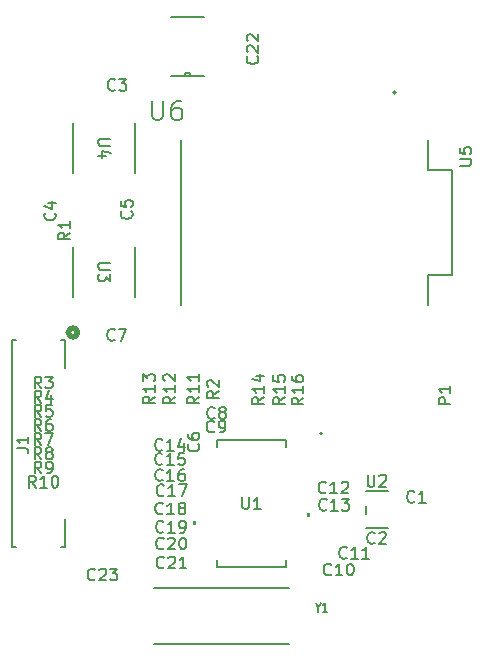
<source format=gbr>
%TF.GenerationSoftware,KiCad,Pcbnew,8.0.7*%
%TF.CreationDate,2025-01-13T12:12:40+05:30*%
%TF.ProjectId,STHDAQ_BX,53544844-4151-45f4-9258-2e6b69636164,rev?*%
%TF.SameCoordinates,Original*%
%TF.FileFunction,Legend,Top*%
%TF.FilePolarity,Positive*%
%FSLAX46Y46*%
G04 Gerber Fmt 4.6, Leading zero omitted, Abs format (unit mm)*
G04 Created by KiCad (PCBNEW 8.0.7) date 2025-01-13 12:12:40*
%MOMM*%
%LPD*%
G01*
G04 APERTURE LIST*
%ADD10C,0.150000*%
%ADD11C,0.152400*%
%ADD12C,0.127000*%
%ADD13C,0.508000*%
%ADD14C,0.200000*%
%ADD15C,0.000000*%
G04 APERTURE END LIST*
D10*
X181997842Y-88797367D02*
X181997842Y-90125005D01*
X181997842Y-90125005D02*
X182075939Y-90281198D01*
X182075939Y-90281198D02*
X182154035Y-90359295D01*
X182154035Y-90359295D02*
X182310228Y-90437391D01*
X182310228Y-90437391D02*
X182622613Y-90437391D01*
X182622613Y-90437391D02*
X182778806Y-90359295D01*
X182778806Y-90359295D02*
X182856903Y-90281198D01*
X182856903Y-90281198D02*
X182934999Y-90125005D01*
X182934999Y-90125005D02*
X182934999Y-88797367D01*
X184418830Y-88797367D02*
X184106444Y-88797367D01*
X184106444Y-88797367D02*
X183950252Y-88875463D01*
X183950252Y-88875463D02*
X183872155Y-88953560D01*
X183872155Y-88953560D02*
X183715962Y-89187849D01*
X183715962Y-89187849D02*
X183637866Y-89500234D01*
X183637866Y-89500234D02*
X183637866Y-90125005D01*
X183637866Y-90125005D02*
X183715962Y-90281198D01*
X183715962Y-90281198D02*
X183794059Y-90359295D01*
X183794059Y-90359295D02*
X183950252Y-90437391D01*
X183950252Y-90437391D02*
X184262637Y-90437391D01*
X184262637Y-90437391D02*
X184418830Y-90359295D01*
X184418830Y-90359295D02*
X184496926Y-90281198D01*
X184496926Y-90281198D02*
X184575023Y-90125005D01*
X184575023Y-90125005D02*
X184575023Y-89734523D01*
X184575023Y-89734523D02*
X184496926Y-89578331D01*
X184496926Y-89578331D02*
X184418830Y-89500234D01*
X184418830Y-89500234D02*
X184262637Y-89422138D01*
X184262637Y-89422138D02*
X183950252Y-89422138D01*
X183950252Y-89422138D02*
X183794059Y-89500234D01*
X183794059Y-89500234D02*
X183715962Y-89578331D01*
X183715962Y-89578331D02*
X183637866Y-89734523D01*
X207267751Y-114472297D02*
X206266365Y-114472297D01*
X206266365Y-114472297D02*
X206266365Y-114090817D01*
X206266365Y-114090817D02*
X206314050Y-113995447D01*
X206314050Y-113995447D02*
X206361735Y-113947762D01*
X206361735Y-113947762D02*
X206457105Y-113900077D01*
X206457105Y-113900077D02*
X206600160Y-113900077D01*
X206600160Y-113900077D02*
X206695530Y-113947762D01*
X206695530Y-113947762D02*
X206743215Y-113995447D01*
X206743215Y-113995447D02*
X206790900Y-114090817D01*
X206790900Y-114090817D02*
X206790900Y-114472297D01*
X207267751Y-112946376D02*
X207267751Y-113518596D01*
X207267751Y-113232486D02*
X206266365Y-113232486D01*
X206266365Y-113232486D02*
X206409420Y-113327856D01*
X206409420Y-113327856D02*
X206504790Y-113423226D01*
X206504790Y-113423226D02*
X206552475Y-113518596D01*
X200248095Y-120474819D02*
X200248095Y-121284342D01*
X200248095Y-121284342D02*
X200295714Y-121379580D01*
X200295714Y-121379580D02*
X200343333Y-121427200D01*
X200343333Y-121427200D02*
X200438571Y-121474819D01*
X200438571Y-121474819D02*
X200629047Y-121474819D01*
X200629047Y-121474819D02*
X200724285Y-121427200D01*
X200724285Y-121427200D02*
X200771904Y-121379580D01*
X200771904Y-121379580D02*
X200819523Y-121284342D01*
X200819523Y-121284342D02*
X200819523Y-120474819D01*
X201248095Y-120570057D02*
X201295714Y-120522438D01*
X201295714Y-120522438D02*
X201390952Y-120474819D01*
X201390952Y-120474819D02*
X201629047Y-120474819D01*
X201629047Y-120474819D02*
X201724285Y-120522438D01*
X201724285Y-120522438D02*
X201771904Y-120570057D01*
X201771904Y-120570057D02*
X201819523Y-120665295D01*
X201819523Y-120665295D02*
X201819523Y-120760533D01*
X201819523Y-120760533D02*
X201771904Y-120903390D01*
X201771904Y-120903390D02*
X201200476Y-121474819D01*
X201200476Y-121474819D02*
X201819523Y-121474819D01*
X182224819Y-113842857D02*
X181748628Y-114176190D01*
X182224819Y-114414285D02*
X181224819Y-114414285D01*
X181224819Y-114414285D02*
X181224819Y-114033333D01*
X181224819Y-114033333D02*
X181272438Y-113938095D01*
X181272438Y-113938095D02*
X181320057Y-113890476D01*
X181320057Y-113890476D02*
X181415295Y-113842857D01*
X181415295Y-113842857D02*
X181558152Y-113842857D01*
X181558152Y-113842857D02*
X181653390Y-113890476D01*
X181653390Y-113890476D02*
X181701009Y-113938095D01*
X181701009Y-113938095D02*
X181748628Y-114033333D01*
X181748628Y-114033333D02*
X181748628Y-114414285D01*
X182224819Y-112890476D02*
X182224819Y-113461904D01*
X182224819Y-113176190D02*
X181224819Y-113176190D01*
X181224819Y-113176190D02*
X181367676Y-113271428D01*
X181367676Y-113271428D02*
X181462914Y-113366666D01*
X181462914Y-113366666D02*
X181510533Y-113461904D01*
X181224819Y-112557142D02*
X181224819Y-111938095D01*
X181224819Y-111938095D02*
X181605771Y-112271428D01*
X181605771Y-112271428D02*
X181605771Y-112128571D01*
X181605771Y-112128571D02*
X181653390Y-112033333D01*
X181653390Y-112033333D02*
X181701009Y-111985714D01*
X181701009Y-111985714D02*
X181796247Y-111938095D01*
X181796247Y-111938095D02*
X182034342Y-111938095D01*
X182034342Y-111938095D02*
X182129580Y-111985714D01*
X182129580Y-111985714D02*
X182177200Y-112033333D01*
X182177200Y-112033333D02*
X182224819Y-112128571D01*
X182224819Y-112128571D02*
X182224819Y-112414285D01*
X182224819Y-112414285D02*
X182177200Y-112509523D01*
X182177200Y-112509523D02*
X182129580Y-112557142D01*
X172633333Y-119144819D02*
X172300000Y-118668628D01*
X172061905Y-119144819D02*
X172061905Y-118144819D01*
X172061905Y-118144819D02*
X172442857Y-118144819D01*
X172442857Y-118144819D02*
X172538095Y-118192438D01*
X172538095Y-118192438D02*
X172585714Y-118240057D01*
X172585714Y-118240057D02*
X172633333Y-118335295D01*
X172633333Y-118335295D02*
X172633333Y-118478152D01*
X172633333Y-118478152D02*
X172585714Y-118573390D01*
X172585714Y-118573390D02*
X172538095Y-118621009D01*
X172538095Y-118621009D02*
X172442857Y-118668628D01*
X172442857Y-118668628D02*
X172061905Y-118668628D01*
X173204762Y-118573390D02*
X173109524Y-118525771D01*
X173109524Y-118525771D02*
X173061905Y-118478152D01*
X173061905Y-118478152D02*
X173014286Y-118382914D01*
X173014286Y-118382914D02*
X173014286Y-118335295D01*
X173014286Y-118335295D02*
X173061905Y-118240057D01*
X173061905Y-118240057D02*
X173109524Y-118192438D01*
X173109524Y-118192438D02*
X173204762Y-118144819D01*
X173204762Y-118144819D02*
X173395238Y-118144819D01*
X173395238Y-118144819D02*
X173490476Y-118192438D01*
X173490476Y-118192438D02*
X173538095Y-118240057D01*
X173538095Y-118240057D02*
X173585714Y-118335295D01*
X173585714Y-118335295D02*
X173585714Y-118382914D01*
X173585714Y-118382914D02*
X173538095Y-118478152D01*
X173538095Y-118478152D02*
X173490476Y-118525771D01*
X173490476Y-118525771D02*
X173395238Y-118573390D01*
X173395238Y-118573390D02*
X173204762Y-118573390D01*
X173204762Y-118573390D02*
X173109524Y-118621009D01*
X173109524Y-118621009D02*
X173061905Y-118668628D01*
X173061905Y-118668628D02*
X173014286Y-118763866D01*
X173014286Y-118763866D02*
X173014286Y-118954342D01*
X173014286Y-118954342D02*
X173061905Y-119049580D01*
X173061905Y-119049580D02*
X173109524Y-119097200D01*
X173109524Y-119097200D02*
X173204762Y-119144819D01*
X173204762Y-119144819D02*
X173395238Y-119144819D01*
X173395238Y-119144819D02*
X173490476Y-119097200D01*
X173490476Y-119097200D02*
X173538095Y-119049580D01*
X173538095Y-119049580D02*
X173585714Y-118954342D01*
X173585714Y-118954342D02*
X173585714Y-118763866D01*
X173585714Y-118763866D02*
X173538095Y-118668628D01*
X173538095Y-118668628D02*
X173490476Y-118621009D01*
X173490476Y-118621009D02*
X173395238Y-118573390D01*
X175054819Y-99956666D02*
X174578628Y-100289999D01*
X175054819Y-100528094D02*
X174054819Y-100528094D01*
X174054819Y-100528094D02*
X174054819Y-100147142D01*
X174054819Y-100147142D02*
X174102438Y-100051904D01*
X174102438Y-100051904D02*
X174150057Y-100004285D01*
X174150057Y-100004285D02*
X174245295Y-99956666D01*
X174245295Y-99956666D02*
X174388152Y-99956666D01*
X174388152Y-99956666D02*
X174483390Y-100004285D01*
X174483390Y-100004285D02*
X174531009Y-100051904D01*
X174531009Y-100051904D02*
X174578628Y-100147142D01*
X174578628Y-100147142D02*
X174578628Y-100528094D01*
X175054819Y-99004285D02*
X175054819Y-99575713D01*
X175054819Y-99289999D02*
X174054819Y-99289999D01*
X174054819Y-99289999D02*
X174197676Y-99385237D01*
X174197676Y-99385237D02*
X174292914Y-99480475D01*
X174292914Y-99480475D02*
X174340533Y-99575713D01*
X187253333Y-116779580D02*
X187205714Y-116827200D01*
X187205714Y-116827200D02*
X187062857Y-116874819D01*
X187062857Y-116874819D02*
X186967619Y-116874819D01*
X186967619Y-116874819D02*
X186824762Y-116827200D01*
X186824762Y-116827200D02*
X186729524Y-116731961D01*
X186729524Y-116731961D02*
X186681905Y-116636723D01*
X186681905Y-116636723D02*
X186634286Y-116446247D01*
X186634286Y-116446247D02*
X186634286Y-116303390D01*
X186634286Y-116303390D02*
X186681905Y-116112914D01*
X186681905Y-116112914D02*
X186729524Y-116017676D01*
X186729524Y-116017676D02*
X186824762Y-115922438D01*
X186824762Y-115922438D02*
X186967619Y-115874819D01*
X186967619Y-115874819D02*
X187062857Y-115874819D01*
X187062857Y-115874819D02*
X187205714Y-115922438D01*
X187205714Y-115922438D02*
X187253333Y-115970057D01*
X187729524Y-116874819D02*
X187920000Y-116874819D01*
X187920000Y-116874819D02*
X188015238Y-116827200D01*
X188015238Y-116827200D02*
X188062857Y-116779580D01*
X188062857Y-116779580D02*
X188158095Y-116636723D01*
X188158095Y-116636723D02*
X188205714Y-116446247D01*
X188205714Y-116446247D02*
X188205714Y-116065295D01*
X188205714Y-116065295D02*
X188158095Y-115970057D01*
X188158095Y-115970057D02*
X188110476Y-115922438D01*
X188110476Y-115922438D02*
X188015238Y-115874819D01*
X188015238Y-115874819D02*
X187824762Y-115874819D01*
X187824762Y-115874819D02*
X187729524Y-115922438D01*
X187729524Y-115922438D02*
X187681905Y-115970057D01*
X187681905Y-115970057D02*
X187634286Y-116065295D01*
X187634286Y-116065295D02*
X187634286Y-116303390D01*
X187634286Y-116303390D02*
X187681905Y-116398628D01*
X187681905Y-116398628D02*
X187729524Y-116446247D01*
X187729524Y-116446247D02*
X187824762Y-116493866D01*
X187824762Y-116493866D02*
X188015238Y-116493866D01*
X188015238Y-116493866D02*
X188110476Y-116446247D01*
X188110476Y-116446247D02*
X188158095Y-116398628D01*
X188158095Y-116398628D02*
X188205714Y-116303390D01*
X204213333Y-122719580D02*
X204165714Y-122767200D01*
X204165714Y-122767200D02*
X204022857Y-122814819D01*
X204022857Y-122814819D02*
X203927619Y-122814819D01*
X203927619Y-122814819D02*
X203784762Y-122767200D01*
X203784762Y-122767200D02*
X203689524Y-122671961D01*
X203689524Y-122671961D02*
X203641905Y-122576723D01*
X203641905Y-122576723D02*
X203594286Y-122386247D01*
X203594286Y-122386247D02*
X203594286Y-122243390D01*
X203594286Y-122243390D02*
X203641905Y-122052914D01*
X203641905Y-122052914D02*
X203689524Y-121957676D01*
X203689524Y-121957676D02*
X203784762Y-121862438D01*
X203784762Y-121862438D02*
X203927619Y-121814819D01*
X203927619Y-121814819D02*
X204022857Y-121814819D01*
X204022857Y-121814819D02*
X204165714Y-121862438D01*
X204165714Y-121862438D02*
X204213333Y-121910057D01*
X205165714Y-122814819D02*
X204594286Y-122814819D01*
X204880000Y-122814819D02*
X204880000Y-121814819D01*
X204880000Y-121814819D02*
X204784762Y-121957676D01*
X204784762Y-121957676D02*
X204689524Y-122052914D01*
X204689524Y-122052914D02*
X204594286Y-122100533D01*
X196055238Y-131701342D02*
X196055238Y-132082295D01*
X195841905Y-131282295D02*
X196055238Y-131701342D01*
X196055238Y-131701342D02*
X196268572Y-131282295D01*
X196817143Y-132082295D02*
X196451428Y-132082295D01*
X196634285Y-132082295D02*
X196634285Y-131282295D01*
X196634285Y-131282295D02*
X196573333Y-131396580D01*
X196573333Y-131396580D02*
X196512381Y-131472771D01*
X196512381Y-131472771D02*
X196451428Y-131510866D01*
X178833333Y-109009580D02*
X178785714Y-109057200D01*
X178785714Y-109057200D02*
X178642857Y-109104819D01*
X178642857Y-109104819D02*
X178547619Y-109104819D01*
X178547619Y-109104819D02*
X178404762Y-109057200D01*
X178404762Y-109057200D02*
X178309524Y-108961961D01*
X178309524Y-108961961D02*
X178261905Y-108866723D01*
X178261905Y-108866723D02*
X178214286Y-108676247D01*
X178214286Y-108676247D02*
X178214286Y-108533390D01*
X178214286Y-108533390D02*
X178261905Y-108342914D01*
X178261905Y-108342914D02*
X178309524Y-108247676D01*
X178309524Y-108247676D02*
X178404762Y-108152438D01*
X178404762Y-108152438D02*
X178547619Y-108104819D01*
X178547619Y-108104819D02*
X178642857Y-108104819D01*
X178642857Y-108104819D02*
X178785714Y-108152438D01*
X178785714Y-108152438D02*
X178833333Y-108200057D01*
X179166667Y-108104819D02*
X179833333Y-108104819D01*
X179833333Y-108104819D02*
X179404762Y-109104819D01*
X187288333Y-115629580D02*
X187240714Y-115677200D01*
X187240714Y-115677200D02*
X187097857Y-115724819D01*
X187097857Y-115724819D02*
X187002619Y-115724819D01*
X187002619Y-115724819D02*
X186859762Y-115677200D01*
X186859762Y-115677200D02*
X186764524Y-115581961D01*
X186764524Y-115581961D02*
X186716905Y-115486723D01*
X186716905Y-115486723D02*
X186669286Y-115296247D01*
X186669286Y-115296247D02*
X186669286Y-115153390D01*
X186669286Y-115153390D02*
X186716905Y-114962914D01*
X186716905Y-114962914D02*
X186764524Y-114867676D01*
X186764524Y-114867676D02*
X186859762Y-114772438D01*
X186859762Y-114772438D02*
X187002619Y-114724819D01*
X187002619Y-114724819D02*
X187097857Y-114724819D01*
X187097857Y-114724819D02*
X187240714Y-114772438D01*
X187240714Y-114772438D02*
X187288333Y-114820057D01*
X187859762Y-115153390D02*
X187764524Y-115105771D01*
X187764524Y-115105771D02*
X187716905Y-115058152D01*
X187716905Y-115058152D02*
X187669286Y-114962914D01*
X187669286Y-114962914D02*
X187669286Y-114915295D01*
X187669286Y-114915295D02*
X187716905Y-114820057D01*
X187716905Y-114820057D02*
X187764524Y-114772438D01*
X187764524Y-114772438D02*
X187859762Y-114724819D01*
X187859762Y-114724819D02*
X188050238Y-114724819D01*
X188050238Y-114724819D02*
X188145476Y-114772438D01*
X188145476Y-114772438D02*
X188193095Y-114820057D01*
X188193095Y-114820057D02*
X188240714Y-114915295D01*
X188240714Y-114915295D02*
X188240714Y-114962914D01*
X188240714Y-114962914D02*
X188193095Y-115058152D01*
X188193095Y-115058152D02*
X188145476Y-115105771D01*
X188145476Y-115105771D02*
X188050238Y-115153390D01*
X188050238Y-115153390D02*
X187859762Y-115153390D01*
X187859762Y-115153390D02*
X187764524Y-115201009D01*
X187764524Y-115201009D02*
X187716905Y-115248628D01*
X187716905Y-115248628D02*
X187669286Y-115343866D01*
X187669286Y-115343866D02*
X187669286Y-115534342D01*
X187669286Y-115534342D02*
X187716905Y-115629580D01*
X187716905Y-115629580D02*
X187764524Y-115677200D01*
X187764524Y-115677200D02*
X187859762Y-115724819D01*
X187859762Y-115724819D02*
X188050238Y-115724819D01*
X188050238Y-115724819D02*
X188145476Y-115677200D01*
X188145476Y-115677200D02*
X188193095Y-115629580D01*
X188193095Y-115629580D02*
X188240714Y-115534342D01*
X188240714Y-115534342D02*
X188240714Y-115343866D01*
X188240714Y-115343866D02*
X188193095Y-115248628D01*
X188193095Y-115248628D02*
X188145476Y-115201009D01*
X188145476Y-115201009D02*
X188050238Y-115153390D01*
X194814819Y-113932857D02*
X194338628Y-114266190D01*
X194814819Y-114504285D02*
X193814819Y-114504285D01*
X193814819Y-114504285D02*
X193814819Y-114123333D01*
X193814819Y-114123333D02*
X193862438Y-114028095D01*
X193862438Y-114028095D02*
X193910057Y-113980476D01*
X193910057Y-113980476D02*
X194005295Y-113932857D01*
X194005295Y-113932857D02*
X194148152Y-113932857D01*
X194148152Y-113932857D02*
X194243390Y-113980476D01*
X194243390Y-113980476D02*
X194291009Y-114028095D01*
X194291009Y-114028095D02*
X194338628Y-114123333D01*
X194338628Y-114123333D02*
X194338628Y-114504285D01*
X194814819Y-112980476D02*
X194814819Y-113551904D01*
X194814819Y-113266190D02*
X193814819Y-113266190D01*
X193814819Y-113266190D02*
X193957676Y-113361428D01*
X193957676Y-113361428D02*
X194052914Y-113456666D01*
X194052914Y-113456666D02*
X194100533Y-113551904D01*
X193814819Y-112123333D02*
X193814819Y-112313809D01*
X193814819Y-112313809D02*
X193862438Y-112409047D01*
X193862438Y-112409047D02*
X193910057Y-112456666D01*
X193910057Y-112456666D02*
X194052914Y-112551904D01*
X194052914Y-112551904D02*
X194243390Y-112599523D01*
X194243390Y-112599523D02*
X194624342Y-112599523D01*
X194624342Y-112599523D02*
X194719580Y-112551904D01*
X194719580Y-112551904D02*
X194767200Y-112504285D01*
X194767200Y-112504285D02*
X194814819Y-112409047D01*
X194814819Y-112409047D02*
X194814819Y-112218571D01*
X194814819Y-112218571D02*
X194767200Y-112123333D01*
X194767200Y-112123333D02*
X194719580Y-112075714D01*
X194719580Y-112075714D02*
X194624342Y-112028095D01*
X194624342Y-112028095D02*
X194386247Y-112028095D01*
X194386247Y-112028095D02*
X194291009Y-112075714D01*
X194291009Y-112075714D02*
X194243390Y-112123333D01*
X194243390Y-112123333D02*
X194195771Y-112218571D01*
X194195771Y-112218571D02*
X194195771Y-112409047D01*
X194195771Y-112409047D02*
X194243390Y-112504285D01*
X194243390Y-112504285D02*
X194291009Y-112551904D01*
X194291009Y-112551904D02*
X194386247Y-112599523D01*
X178863333Y-87849580D02*
X178815714Y-87897200D01*
X178815714Y-87897200D02*
X178672857Y-87944819D01*
X178672857Y-87944819D02*
X178577619Y-87944819D01*
X178577619Y-87944819D02*
X178434762Y-87897200D01*
X178434762Y-87897200D02*
X178339524Y-87801961D01*
X178339524Y-87801961D02*
X178291905Y-87706723D01*
X178291905Y-87706723D02*
X178244286Y-87516247D01*
X178244286Y-87516247D02*
X178244286Y-87373390D01*
X178244286Y-87373390D02*
X178291905Y-87182914D01*
X178291905Y-87182914D02*
X178339524Y-87087676D01*
X178339524Y-87087676D02*
X178434762Y-86992438D01*
X178434762Y-86992438D02*
X178577619Y-86944819D01*
X178577619Y-86944819D02*
X178672857Y-86944819D01*
X178672857Y-86944819D02*
X178815714Y-86992438D01*
X178815714Y-86992438D02*
X178863333Y-87040057D01*
X179196667Y-86944819D02*
X179815714Y-86944819D01*
X179815714Y-86944819D02*
X179482381Y-87325771D01*
X179482381Y-87325771D02*
X179625238Y-87325771D01*
X179625238Y-87325771D02*
X179720476Y-87373390D01*
X179720476Y-87373390D02*
X179768095Y-87421009D01*
X179768095Y-87421009D02*
X179815714Y-87516247D01*
X179815714Y-87516247D02*
X179815714Y-87754342D01*
X179815714Y-87754342D02*
X179768095Y-87849580D01*
X179768095Y-87849580D02*
X179720476Y-87897200D01*
X179720476Y-87897200D02*
X179625238Y-87944819D01*
X179625238Y-87944819D02*
X179339524Y-87944819D01*
X179339524Y-87944819D02*
X179244286Y-87897200D01*
X179244286Y-87897200D02*
X179196667Y-87849580D01*
X178440180Y-102516747D02*
X177630657Y-102516747D01*
X177630657Y-102516747D02*
X177535419Y-102564366D01*
X177535419Y-102564366D02*
X177487800Y-102611985D01*
X177487800Y-102611985D02*
X177440180Y-102707223D01*
X177440180Y-102707223D02*
X177440180Y-102897699D01*
X177440180Y-102897699D02*
X177487800Y-102992937D01*
X177487800Y-102992937D02*
X177535419Y-103040556D01*
X177535419Y-103040556D02*
X177630657Y-103088175D01*
X177630657Y-103088175D02*
X178440180Y-103088175D01*
X178440180Y-103469128D02*
X178440180Y-104088175D01*
X178440180Y-104088175D02*
X178059228Y-103754842D01*
X178059228Y-103754842D02*
X178059228Y-103897699D01*
X178059228Y-103897699D02*
X178011609Y-103992937D01*
X178011609Y-103992937D02*
X177963990Y-104040556D01*
X177963990Y-104040556D02*
X177868752Y-104088175D01*
X177868752Y-104088175D02*
X177630657Y-104088175D01*
X177630657Y-104088175D02*
X177535419Y-104040556D01*
X177535419Y-104040556D02*
X177487800Y-103992937D01*
X177487800Y-103992937D02*
X177440180Y-103897699D01*
X177440180Y-103897699D02*
X177440180Y-103611985D01*
X177440180Y-103611985D02*
X177487800Y-103516747D01*
X177487800Y-103516747D02*
X177535419Y-103469128D01*
X170524819Y-118233333D02*
X171239104Y-118233333D01*
X171239104Y-118233333D02*
X171381961Y-118280952D01*
X171381961Y-118280952D02*
X171477200Y-118376190D01*
X171477200Y-118376190D02*
X171524819Y-118519047D01*
X171524819Y-118519047D02*
X171524819Y-118614285D01*
X171524819Y-117233333D02*
X171524819Y-117804761D01*
X171524819Y-117519047D02*
X170524819Y-117519047D01*
X170524819Y-117519047D02*
X170667676Y-117614285D01*
X170667676Y-117614285D02*
X170762914Y-117709523D01*
X170762914Y-117709523D02*
X170810533Y-117804761D01*
X177157142Y-129309580D02*
X177109523Y-129357200D01*
X177109523Y-129357200D02*
X176966666Y-129404819D01*
X176966666Y-129404819D02*
X176871428Y-129404819D01*
X176871428Y-129404819D02*
X176728571Y-129357200D01*
X176728571Y-129357200D02*
X176633333Y-129261961D01*
X176633333Y-129261961D02*
X176585714Y-129166723D01*
X176585714Y-129166723D02*
X176538095Y-128976247D01*
X176538095Y-128976247D02*
X176538095Y-128833390D01*
X176538095Y-128833390D02*
X176585714Y-128642914D01*
X176585714Y-128642914D02*
X176633333Y-128547676D01*
X176633333Y-128547676D02*
X176728571Y-128452438D01*
X176728571Y-128452438D02*
X176871428Y-128404819D01*
X176871428Y-128404819D02*
X176966666Y-128404819D01*
X176966666Y-128404819D02*
X177109523Y-128452438D01*
X177109523Y-128452438D02*
X177157142Y-128500057D01*
X177538095Y-128500057D02*
X177585714Y-128452438D01*
X177585714Y-128452438D02*
X177680952Y-128404819D01*
X177680952Y-128404819D02*
X177919047Y-128404819D01*
X177919047Y-128404819D02*
X178014285Y-128452438D01*
X178014285Y-128452438D02*
X178061904Y-128500057D01*
X178061904Y-128500057D02*
X178109523Y-128595295D01*
X178109523Y-128595295D02*
X178109523Y-128690533D01*
X178109523Y-128690533D02*
X178061904Y-128833390D01*
X178061904Y-128833390D02*
X177490476Y-129404819D01*
X177490476Y-129404819D02*
X178109523Y-129404819D01*
X178442857Y-128404819D02*
X179061904Y-128404819D01*
X179061904Y-128404819D02*
X178728571Y-128785771D01*
X178728571Y-128785771D02*
X178871428Y-128785771D01*
X178871428Y-128785771D02*
X178966666Y-128833390D01*
X178966666Y-128833390D02*
X179014285Y-128881009D01*
X179014285Y-128881009D02*
X179061904Y-128976247D01*
X179061904Y-128976247D02*
X179061904Y-129214342D01*
X179061904Y-129214342D02*
X179014285Y-129309580D01*
X179014285Y-129309580D02*
X178966666Y-129357200D01*
X178966666Y-129357200D02*
X178871428Y-129404819D01*
X178871428Y-129404819D02*
X178585714Y-129404819D01*
X178585714Y-129404819D02*
X178490476Y-129357200D01*
X178490476Y-129357200D02*
X178442857Y-129309580D01*
X182999642Y-128289580D02*
X182952023Y-128337200D01*
X182952023Y-128337200D02*
X182809166Y-128384819D01*
X182809166Y-128384819D02*
X182713928Y-128384819D01*
X182713928Y-128384819D02*
X182571071Y-128337200D01*
X182571071Y-128337200D02*
X182475833Y-128241961D01*
X182475833Y-128241961D02*
X182428214Y-128146723D01*
X182428214Y-128146723D02*
X182380595Y-127956247D01*
X182380595Y-127956247D02*
X182380595Y-127813390D01*
X182380595Y-127813390D02*
X182428214Y-127622914D01*
X182428214Y-127622914D02*
X182475833Y-127527676D01*
X182475833Y-127527676D02*
X182571071Y-127432438D01*
X182571071Y-127432438D02*
X182713928Y-127384819D01*
X182713928Y-127384819D02*
X182809166Y-127384819D01*
X182809166Y-127384819D02*
X182952023Y-127432438D01*
X182952023Y-127432438D02*
X182999642Y-127480057D01*
X183380595Y-127480057D02*
X183428214Y-127432438D01*
X183428214Y-127432438D02*
X183523452Y-127384819D01*
X183523452Y-127384819D02*
X183761547Y-127384819D01*
X183761547Y-127384819D02*
X183856785Y-127432438D01*
X183856785Y-127432438D02*
X183904404Y-127480057D01*
X183904404Y-127480057D02*
X183952023Y-127575295D01*
X183952023Y-127575295D02*
X183952023Y-127670533D01*
X183952023Y-127670533D02*
X183904404Y-127813390D01*
X183904404Y-127813390D02*
X183332976Y-128384819D01*
X183332976Y-128384819D02*
X183952023Y-128384819D01*
X184904404Y-128384819D02*
X184332976Y-128384819D01*
X184618690Y-128384819D02*
X184618690Y-127384819D01*
X184618690Y-127384819D02*
X184523452Y-127527676D01*
X184523452Y-127527676D02*
X184428214Y-127622914D01*
X184428214Y-127622914D02*
X184332976Y-127670533D01*
X172633333Y-117944819D02*
X172300000Y-117468628D01*
X172061905Y-117944819D02*
X172061905Y-116944819D01*
X172061905Y-116944819D02*
X172442857Y-116944819D01*
X172442857Y-116944819D02*
X172538095Y-116992438D01*
X172538095Y-116992438D02*
X172585714Y-117040057D01*
X172585714Y-117040057D02*
X172633333Y-117135295D01*
X172633333Y-117135295D02*
X172633333Y-117278152D01*
X172633333Y-117278152D02*
X172585714Y-117373390D01*
X172585714Y-117373390D02*
X172538095Y-117421009D01*
X172538095Y-117421009D02*
X172442857Y-117468628D01*
X172442857Y-117468628D02*
X172061905Y-117468628D01*
X172966667Y-116944819D02*
X173633333Y-116944819D01*
X173633333Y-116944819D02*
X173204762Y-117944819D01*
X191484819Y-113882857D02*
X191008628Y-114216190D01*
X191484819Y-114454285D02*
X190484819Y-114454285D01*
X190484819Y-114454285D02*
X190484819Y-114073333D01*
X190484819Y-114073333D02*
X190532438Y-113978095D01*
X190532438Y-113978095D02*
X190580057Y-113930476D01*
X190580057Y-113930476D02*
X190675295Y-113882857D01*
X190675295Y-113882857D02*
X190818152Y-113882857D01*
X190818152Y-113882857D02*
X190913390Y-113930476D01*
X190913390Y-113930476D02*
X190961009Y-113978095D01*
X190961009Y-113978095D02*
X191008628Y-114073333D01*
X191008628Y-114073333D02*
X191008628Y-114454285D01*
X191484819Y-112930476D02*
X191484819Y-113501904D01*
X191484819Y-113216190D02*
X190484819Y-113216190D01*
X190484819Y-113216190D02*
X190627676Y-113311428D01*
X190627676Y-113311428D02*
X190722914Y-113406666D01*
X190722914Y-113406666D02*
X190770533Y-113501904D01*
X190818152Y-112073333D02*
X191484819Y-112073333D01*
X190437200Y-112311428D02*
X191151485Y-112549523D01*
X191151485Y-112549523D02*
X191151485Y-111930476D01*
X197157142Y-128879580D02*
X197109523Y-128927200D01*
X197109523Y-128927200D02*
X196966666Y-128974819D01*
X196966666Y-128974819D02*
X196871428Y-128974819D01*
X196871428Y-128974819D02*
X196728571Y-128927200D01*
X196728571Y-128927200D02*
X196633333Y-128831961D01*
X196633333Y-128831961D02*
X196585714Y-128736723D01*
X196585714Y-128736723D02*
X196538095Y-128546247D01*
X196538095Y-128546247D02*
X196538095Y-128403390D01*
X196538095Y-128403390D02*
X196585714Y-128212914D01*
X196585714Y-128212914D02*
X196633333Y-128117676D01*
X196633333Y-128117676D02*
X196728571Y-128022438D01*
X196728571Y-128022438D02*
X196871428Y-127974819D01*
X196871428Y-127974819D02*
X196966666Y-127974819D01*
X196966666Y-127974819D02*
X197109523Y-128022438D01*
X197109523Y-128022438D02*
X197157142Y-128070057D01*
X198109523Y-128974819D02*
X197538095Y-128974819D01*
X197823809Y-128974819D02*
X197823809Y-127974819D01*
X197823809Y-127974819D02*
X197728571Y-128117676D01*
X197728571Y-128117676D02*
X197633333Y-128212914D01*
X197633333Y-128212914D02*
X197538095Y-128260533D01*
X198728571Y-127974819D02*
X198823809Y-127974819D01*
X198823809Y-127974819D02*
X198919047Y-128022438D01*
X198919047Y-128022438D02*
X198966666Y-128070057D01*
X198966666Y-128070057D02*
X199014285Y-128165295D01*
X199014285Y-128165295D02*
X199061904Y-128355771D01*
X199061904Y-128355771D02*
X199061904Y-128593866D01*
X199061904Y-128593866D02*
X199014285Y-128784342D01*
X199014285Y-128784342D02*
X198966666Y-128879580D01*
X198966666Y-128879580D02*
X198919047Y-128927200D01*
X198919047Y-128927200D02*
X198823809Y-128974819D01*
X198823809Y-128974819D02*
X198728571Y-128974819D01*
X198728571Y-128974819D02*
X198633333Y-128927200D01*
X198633333Y-128927200D02*
X198585714Y-128879580D01*
X198585714Y-128879580D02*
X198538095Y-128784342D01*
X198538095Y-128784342D02*
X198490476Y-128593866D01*
X198490476Y-128593866D02*
X198490476Y-128355771D01*
X198490476Y-128355771D02*
X198538095Y-128165295D01*
X198538095Y-128165295D02*
X198585714Y-128070057D01*
X198585714Y-128070057D02*
X198633333Y-128022438D01*
X198633333Y-128022438D02*
X198728571Y-127974819D01*
X183009642Y-122179580D02*
X182962023Y-122227200D01*
X182962023Y-122227200D02*
X182819166Y-122274819D01*
X182819166Y-122274819D02*
X182723928Y-122274819D01*
X182723928Y-122274819D02*
X182581071Y-122227200D01*
X182581071Y-122227200D02*
X182485833Y-122131961D01*
X182485833Y-122131961D02*
X182438214Y-122036723D01*
X182438214Y-122036723D02*
X182390595Y-121846247D01*
X182390595Y-121846247D02*
X182390595Y-121703390D01*
X182390595Y-121703390D02*
X182438214Y-121512914D01*
X182438214Y-121512914D02*
X182485833Y-121417676D01*
X182485833Y-121417676D02*
X182581071Y-121322438D01*
X182581071Y-121322438D02*
X182723928Y-121274819D01*
X182723928Y-121274819D02*
X182819166Y-121274819D01*
X182819166Y-121274819D02*
X182962023Y-121322438D01*
X182962023Y-121322438D02*
X183009642Y-121370057D01*
X183962023Y-122274819D02*
X183390595Y-122274819D01*
X183676309Y-122274819D02*
X183676309Y-121274819D01*
X183676309Y-121274819D02*
X183581071Y-121417676D01*
X183581071Y-121417676D02*
X183485833Y-121512914D01*
X183485833Y-121512914D02*
X183390595Y-121560533D01*
X184295357Y-121274819D02*
X184962023Y-121274819D01*
X184962023Y-121274819D02*
X184533452Y-122274819D01*
X198477142Y-127469580D02*
X198429523Y-127517200D01*
X198429523Y-127517200D02*
X198286666Y-127564819D01*
X198286666Y-127564819D02*
X198191428Y-127564819D01*
X198191428Y-127564819D02*
X198048571Y-127517200D01*
X198048571Y-127517200D02*
X197953333Y-127421961D01*
X197953333Y-127421961D02*
X197905714Y-127326723D01*
X197905714Y-127326723D02*
X197858095Y-127136247D01*
X197858095Y-127136247D02*
X197858095Y-126993390D01*
X197858095Y-126993390D02*
X197905714Y-126802914D01*
X197905714Y-126802914D02*
X197953333Y-126707676D01*
X197953333Y-126707676D02*
X198048571Y-126612438D01*
X198048571Y-126612438D02*
X198191428Y-126564819D01*
X198191428Y-126564819D02*
X198286666Y-126564819D01*
X198286666Y-126564819D02*
X198429523Y-126612438D01*
X198429523Y-126612438D02*
X198477142Y-126660057D01*
X199429523Y-127564819D02*
X198858095Y-127564819D01*
X199143809Y-127564819D02*
X199143809Y-126564819D01*
X199143809Y-126564819D02*
X199048571Y-126707676D01*
X199048571Y-126707676D02*
X198953333Y-126802914D01*
X198953333Y-126802914D02*
X198858095Y-126850533D01*
X200381904Y-127564819D02*
X199810476Y-127564819D01*
X200096190Y-127564819D02*
X200096190Y-126564819D01*
X200096190Y-126564819D02*
X200000952Y-126707676D01*
X200000952Y-126707676D02*
X199905714Y-126802914D01*
X199905714Y-126802914D02*
X199810476Y-126850533D01*
X172633333Y-120344819D02*
X172300000Y-119868628D01*
X172061905Y-120344819D02*
X172061905Y-119344819D01*
X172061905Y-119344819D02*
X172442857Y-119344819D01*
X172442857Y-119344819D02*
X172538095Y-119392438D01*
X172538095Y-119392438D02*
X172585714Y-119440057D01*
X172585714Y-119440057D02*
X172633333Y-119535295D01*
X172633333Y-119535295D02*
X172633333Y-119678152D01*
X172633333Y-119678152D02*
X172585714Y-119773390D01*
X172585714Y-119773390D02*
X172538095Y-119821009D01*
X172538095Y-119821009D02*
X172442857Y-119868628D01*
X172442857Y-119868628D02*
X172061905Y-119868628D01*
X173109524Y-120344819D02*
X173300000Y-120344819D01*
X173300000Y-120344819D02*
X173395238Y-120297200D01*
X173395238Y-120297200D02*
X173442857Y-120249580D01*
X173442857Y-120249580D02*
X173538095Y-120106723D01*
X173538095Y-120106723D02*
X173585714Y-119916247D01*
X173585714Y-119916247D02*
X173585714Y-119535295D01*
X173585714Y-119535295D02*
X173538095Y-119440057D01*
X173538095Y-119440057D02*
X173490476Y-119392438D01*
X173490476Y-119392438D02*
X173395238Y-119344819D01*
X173395238Y-119344819D02*
X173204762Y-119344819D01*
X173204762Y-119344819D02*
X173109524Y-119392438D01*
X173109524Y-119392438D02*
X173061905Y-119440057D01*
X173061905Y-119440057D02*
X173014286Y-119535295D01*
X173014286Y-119535295D02*
X173014286Y-119773390D01*
X173014286Y-119773390D02*
X173061905Y-119868628D01*
X173061905Y-119868628D02*
X173109524Y-119916247D01*
X173109524Y-119916247D02*
X173204762Y-119963866D01*
X173204762Y-119963866D02*
X173395238Y-119963866D01*
X173395238Y-119963866D02*
X173490476Y-119916247D01*
X173490476Y-119916247D02*
X173538095Y-119868628D01*
X173538095Y-119868628D02*
X173585714Y-119773390D01*
X182979642Y-126679580D02*
X182932023Y-126727200D01*
X182932023Y-126727200D02*
X182789166Y-126774819D01*
X182789166Y-126774819D02*
X182693928Y-126774819D01*
X182693928Y-126774819D02*
X182551071Y-126727200D01*
X182551071Y-126727200D02*
X182455833Y-126631961D01*
X182455833Y-126631961D02*
X182408214Y-126536723D01*
X182408214Y-126536723D02*
X182360595Y-126346247D01*
X182360595Y-126346247D02*
X182360595Y-126203390D01*
X182360595Y-126203390D02*
X182408214Y-126012914D01*
X182408214Y-126012914D02*
X182455833Y-125917676D01*
X182455833Y-125917676D02*
X182551071Y-125822438D01*
X182551071Y-125822438D02*
X182693928Y-125774819D01*
X182693928Y-125774819D02*
X182789166Y-125774819D01*
X182789166Y-125774819D02*
X182932023Y-125822438D01*
X182932023Y-125822438D02*
X182979642Y-125870057D01*
X183360595Y-125870057D02*
X183408214Y-125822438D01*
X183408214Y-125822438D02*
X183503452Y-125774819D01*
X183503452Y-125774819D02*
X183741547Y-125774819D01*
X183741547Y-125774819D02*
X183836785Y-125822438D01*
X183836785Y-125822438D02*
X183884404Y-125870057D01*
X183884404Y-125870057D02*
X183932023Y-125965295D01*
X183932023Y-125965295D02*
X183932023Y-126060533D01*
X183932023Y-126060533D02*
X183884404Y-126203390D01*
X183884404Y-126203390D02*
X183312976Y-126774819D01*
X183312976Y-126774819D02*
X183932023Y-126774819D01*
X184551071Y-125774819D02*
X184646309Y-125774819D01*
X184646309Y-125774819D02*
X184741547Y-125822438D01*
X184741547Y-125822438D02*
X184789166Y-125870057D01*
X184789166Y-125870057D02*
X184836785Y-125965295D01*
X184836785Y-125965295D02*
X184884404Y-126155771D01*
X184884404Y-126155771D02*
X184884404Y-126393866D01*
X184884404Y-126393866D02*
X184836785Y-126584342D01*
X184836785Y-126584342D02*
X184789166Y-126679580D01*
X184789166Y-126679580D02*
X184741547Y-126727200D01*
X184741547Y-126727200D02*
X184646309Y-126774819D01*
X184646309Y-126774819D02*
X184551071Y-126774819D01*
X184551071Y-126774819D02*
X184455833Y-126727200D01*
X184455833Y-126727200D02*
X184408214Y-126679580D01*
X184408214Y-126679580D02*
X184360595Y-126584342D01*
X184360595Y-126584342D02*
X184312976Y-126393866D01*
X184312976Y-126393866D02*
X184312976Y-126155771D01*
X184312976Y-126155771D02*
X184360595Y-125965295D01*
X184360595Y-125965295D02*
X184408214Y-125870057D01*
X184408214Y-125870057D02*
X184455833Y-125822438D01*
X184455833Y-125822438D02*
X184551071Y-125774819D01*
X208034819Y-94286904D02*
X208844342Y-94286904D01*
X208844342Y-94286904D02*
X208939580Y-94239285D01*
X208939580Y-94239285D02*
X208987200Y-94191666D01*
X208987200Y-94191666D02*
X209034819Y-94096428D01*
X209034819Y-94096428D02*
X209034819Y-93905952D01*
X209034819Y-93905952D02*
X208987200Y-93810714D01*
X208987200Y-93810714D02*
X208939580Y-93763095D01*
X208939580Y-93763095D02*
X208844342Y-93715476D01*
X208844342Y-93715476D02*
X208034819Y-93715476D01*
X208034819Y-92763095D02*
X208034819Y-93239285D01*
X208034819Y-93239285D02*
X208511009Y-93286904D01*
X208511009Y-93286904D02*
X208463390Y-93239285D01*
X208463390Y-93239285D02*
X208415771Y-93144047D01*
X208415771Y-93144047D02*
X208415771Y-92905952D01*
X208415771Y-92905952D02*
X208463390Y-92810714D01*
X208463390Y-92810714D02*
X208511009Y-92763095D01*
X208511009Y-92763095D02*
X208606247Y-92715476D01*
X208606247Y-92715476D02*
X208844342Y-92715476D01*
X208844342Y-92715476D02*
X208939580Y-92763095D01*
X208939580Y-92763095D02*
X208987200Y-92810714D01*
X208987200Y-92810714D02*
X209034819Y-92905952D01*
X209034819Y-92905952D02*
X209034819Y-93144047D01*
X209034819Y-93144047D02*
X208987200Y-93239285D01*
X208987200Y-93239285D02*
X208939580Y-93286904D01*
X187664819Y-113386666D02*
X187188628Y-113719999D01*
X187664819Y-113958094D02*
X186664819Y-113958094D01*
X186664819Y-113958094D02*
X186664819Y-113577142D01*
X186664819Y-113577142D02*
X186712438Y-113481904D01*
X186712438Y-113481904D02*
X186760057Y-113434285D01*
X186760057Y-113434285D02*
X186855295Y-113386666D01*
X186855295Y-113386666D02*
X186998152Y-113386666D01*
X186998152Y-113386666D02*
X187093390Y-113434285D01*
X187093390Y-113434285D02*
X187141009Y-113481904D01*
X187141009Y-113481904D02*
X187188628Y-113577142D01*
X187188628Y-113577142D02*
X187188628Y-113958094D01*
X186760057Y-113005713D02*
X186712438Y-112958094D01*
X186712438Y-112958094D02*
X186664819Y-112862856D01*
X186664819Y-112862856D02*
X186664819Y-112624761D01*
X186664819Y-112624761D02*
X186712438Y-112529523D01*
X186712438Y-112529523D02*
X186760057Y-112481904D01*
X186760057Y-112481904D02*
X186855295Y-112434285D01*
X186855295Y-112434285D02*
X186950533Y-112434285D01*
X186950533Y-112434285D02*
X187093390Y-112481904D01*
X187093390Y-112481904D02*
X187664819Y-113053332D01*
X187664819Y-113053332D02*
X187664819Y-112434285D01*
X193254819Y-113902857D02*
X192778628Y-114236190D01*
X193254819Y-114474285D02*
X192254819Y-114474285D01*
X192254819Y-114474285D02*
X192254819Y-114093333D01*
X192254819Y-114093333D02*
X192302438Y-113998095D01*
X192302438Y-113998095D02*
X192350057Y-113950476D01*
X192350057Y-113950476D02*
X192445295Y-113902857D01*
X192445295Y-113902857D02*
X192588152Y-113902857D01*
X192588152Y-113902857D02*
X192683390Y-113950476D01*
X192683390Y-113950476D02*
X192731009Y-113998095D01*
X192731009Y-113998095D02*
X192778628Y-114093333D01*
X192778628Y-114093333D02*
X192778628Y-114474285D01*
X193254819Y-112950476D02*
X193254819Y-113521904D01*
X193254819Y-113236190D02*
X192254819Y-113236190D01*
X192254819Y-113236190D02*
X192397676Y-113331428D01*
X192397676Y-113331428D02*
X192492914Y-113426666D01*
X192492914Y-113426666D02*
X192540533Y-113521904D01*
X192254819Y-112045714D02*
X192254819Y-112521904D01*
X192254819Y-112521904D02*
X192731009Y-112569523D01*
X192731009Y-112569523D02*
X192683390Y-112521904D01*
X192683390Y-112521904D02*
X192635771Y-112426666D01*
X192635771Y-112426666D02*
X192635771Y-112188571D01*
X192635771Y-112188571D02*
X192683390Y-112093333D01*
X192683390Y-112093333D02*
X192731009Y-112045714D01*
X192731009Y-112045714D02*
X192826247Y-111998095D01*
X192826247Y-111998095D02*
X193064342Y-111998095D01*
X193064342Y-111998095D02*
X193159580Y-112045714D01*
X193159580Y-112045714D02*
X193207200Y-112093333D01*
X193207200Y-112093333D02*
X193254819Y-112188571D01*
X193254819Y-112188571D02*
X193254819Y-112426666D01*
X193254819Y-112426666D02*
X193207200Y-112521904D01*
X193207200Y-112521904D02*
X193159580Y-112569523D01*
X185909580Y-117866666D02*
X185957200Y-117914285D01*
X185957200Y-117914285D02*
X186004819Y-118057142D01*
X186004819Y-118057142D02*
X186004819Y-118152380D01*
X186004819Y-118152380D02*
X185957200Y-118295237D01*
X185957200Y-118295237D02*
X185861961Y-118390475D01*
X185861961Y-118390475D02*
X185766723Y-118438094D01*
X185766723Y-118438094D02*
X185576247Y-118485713D01*
X185576247Y-118485713D02*
X185433390Y-118485713D01*
X185433390Y-118485713D02*
X185242914Y-118438094D01*
X185242914Y-118438094D02*
X185147676Y-118390475D01*
X185147676Y-118390475D02*
X185052438Y-118295237D01*
X185052438Y-118295237D02*
X185004819Y-118152380D01*
X185004819Y-118152380D02*
X185004819Y-118057142D01*
X185004819Y-118057142D02*
X185052438Y-117914285D01*
X185052438Y-117914285D02*
X185100057Y-117866666D01*
X185004819Y-117009523D02*
X185004819Y-117199999D01*
X185004819Y-117199999D02*
X185052438Y-117295237D01*
X185052438Y-117295237D02*
X185100057Y-117342856D01*
X185100057Y-117342856D02*
X185242914Y-117438094D01*
X185242914Y-117438094D02*
X185433390Y-117485713D01*
X185433390Y-117485713D02*
X185814342Y-117485713D01*
X185814342Y-117485713D02*
X185909580Y-117438094D01*
X185909580Y-117438094D02*
X185957200Y-117390475D01*
X185957200Y-117390475D02*
X186004819Y-117295237D01*
X186004819Y-117295237D02*
X186004819Y-117104761D01*
X186004819Y-117104761D02*
X185957200Y-117009523D01*
X185957200Y-117009523D02*
X185909580Y-116961904D01*
X185909580Y-116961904D02*
X185814342Y-116914285D01*
X185814342Y-116914285D02*
X185576247Y-116914285D01*
X185576247Y-116914285D02*
X185481009Y-116961904D01*
X185481009Y-116961904D02*
X185433390Y-117009523D01*
X185433390Y-117009523D02*
X185385771Y-117104761D01*
X185385771Y-117104761D02*
X185385771Y-117295237D01*
X185385771Y-117295237D02*
X185433390Y-117390475D01*
X185433390Y-117390475D02*
X185481009Y-117438094D01*
X185481009Y-117438094D02*
X185576247Y-117485713D01*
X190909580Y-85042857D02*
X190957200Y-85090476D01*
X190957200Y-85090476D02*
X191004819Y-85233333D01*
X191004819Y-85233333D02*
X191004819Y-85328571D01*
X191004819Y-85328571D02*
X190957200Y-85471428D01*
X190957200Y-85471428D02*
X190861961Y-85566666D01*
X190861961Y-85566666D02*
X190766723Y-85614285D01*
X190766723Y-85614285D02*
X190576247Y-85661904D01*
X190576247Y-85661904D02*
X190433390Y-85661904D01*
X190433390Y-85661904D02*
X190242914Y-85614285D01*
X190242914Y-85614285D02*
X190147676Y-85566666D01*
X190147676Y-85566666D02*
X190052438Y-85471428D01*
X190052438Y-85471428D02*
X190004819Y-85328571D01*
X190004819Y-85328571D02*
X190004819Y-85233333D01*
X190004819Y-85233333D02*
X190052438Y-85090476D01*
X190052438Y-85090476D02*
X190100057Y-85042857D01*
X190100057Y-84661904D02*
X190052438Y-84614285D01*
X190052438Y-84614285D02*
X190004819Y-84519047D01*
X190004819Y-84519047D02*
X190004819Y-84280952D01*
X190004819Y-84280952D02*
X190052438Y-84185714D01*
X190052438Y-84185714D02*
X190100057Y-84138095D01*
X190100057Y-84138095D02*
X190195295Y-84090476D01*
X190195295Y-84090476D02*
X190290533Y-84090476D01*
X190290533Y-84090476D02*
X190433390Y-84138095D01*
X190433390Y-84138095D02*
X191004819Y-84709523D01*
X191004819Y-84709523D02*
X191004819Y-84090476D01*
X190100057Y-83709523D02*
X190052438Y-83661904D01*
X190052438Y-83661904D02*
X190004819Y-83566666D01*
X190004819Y-83566666D02*
X190004819Y-83328571D01*
X190004819Y-83328571D02*
X190052438Y-83233333D01*
X190052438Y-83233333D02*
X190100057Y-83185714D01*
X190100057Y-83185714D02*
X190195295Y-83138095D01*
X190195295Y-83138095D02*
X190290533Y-83138095D01*
X190290533Y-83138095D02*
X190433390Y-83185714D01*
X190433390Y-83185714D02*
X191004819Y-83757142D01*
X191004819Y-83757142D02*
X191004819Y-83138095D01*
X172618333Y-113144819D02*
X172285000Y-112668628D01*
X172046905Y-113144819D02*
X172046905Y-112144819D01*
X172046905Y-112144819D02*
X172427857Y-112144819D01*
X172427857Y-112144819D02*
X172523095Y-112192438D01*
X172523095Y-112192438D02*
X172570714Y-112240057D01*
X172570714Y-112240057D02*
X172618333Y-112335295D01*
X172618333Y-112335295D02*
X172618333Y-112478152D01*
X172618333Y-112478152D02*
X172570714Y-112573390D01*
X172570714Y-112573390D02*
X172523095Y-112621009D01*
X172523095Y-112621009D02*
X172427857Y-112668628D01*
X172427857Y-112668628D02*
X172046905Y-112668628D01*
X172951667Y-112144819D02*
X173570714Y-112144819D01*
X173570714Y-112144819D02*
X173237381Y-112525771D01*
X173237381Y-112525771D02*
X173380238Y-112525771D01*
X173380238Y-112525771D02*
X173475476Y-112573390D01*
X173475476Y-112573390D02*
X173523095Y-112621009D01*
X173523095Y-112621009D02*
X173570714Y-112716247D01*
X173570714Y-112716247D02*
X173570714Y-112954342D01*
X173570714Y-112954342D02*
X173523095Y-113049580D01*
X173523095Y-113049580D02*
X173475476Y-113097200D01*
X173475476Y-113097200D02*
X173380238Y-113144819D01*
X173380238Y-113144819D02*
X173094524Y-113144819D01*
X173094524Y-113144819D02*
X172999286Y-113097200D01*
X172999286Y-113097200D02*
X172951667Y-113049580D01*
X182889642Y-120889580D02*
X182842023Y-120937200D01*
X182842023Y-120937200D02*
X182699166Y-120984819D01*
X182699166Y-120984819D02*
X182603928Y-120984819D01*
X182603928Y-120984819D02*
X182461071Y-120937200D01*
X182461071Y-120937200D02*
X182365833Y-120841961D01*
X182365833Y-120841961D02*
X182318214Y-120746723D01*
X182318214Y-120746723D02*
X182270595Y-120556247D01*
X182270595Y-120556247D02*
X182270595Y-120413390D01*
X182270595Y-120413390D02*
X182318214Y-120222914D01*
X182318214Y-120222914D02*
X182365833Y-120127676D01*
X182365833Y-120127676D02*
X182461071Y-120032438D01*
X182461071Y-120032438D02*
X182603928Y-119984819D01*
X182603928Y-119984819D02*
X182699166Y-119984819D01*
X182699166Y-119984819D02*
X182842023Y-120032438D01*
X182842023Y-120032438D02*
X182889642Y-120080057D01*
X183842023Y-120984819D02*
X183270595Y-120984819D01*
X183556309Y-120984819D02*
X183556309Y-119984819D01*
X183556309Y-119984819D02*
X183461071Y-120127676D01*
X183461071Y-120127676D02*
X183365833Y-120222914D01*
X183365833Y-120222914D02*
X183270595Y-120270533D01*
X184699166Y-119984819D02*
X184508690Y-119984819D01*
X184508690Y-119984819D02*
X184413452Y-120032438D01*
X184413452Y-120032438D02*
X184365833Y-120080057D01*
X184365833Y-120080057D02*
X184270595Y-120222914D01*
X184270595Y-120222914D02*
X184222976Y-120413390D01*
X184222976Y-120413390D02*
X184222976Y-120794342D01*
X184222976Y-120794342D02*
X184270595Y-120889580D01*
X184270595Y-120889580D02*
X184318214Y-120937200D01*
X184318214Y-120937200D02*
X184413452Y-120984819D01*
X184413452Y-120984819D02*
X184603928Y-120984819D01*
X184603928Y-120984819D02*
X184699166Y-120937200D01*
X184699166Y-120937200D02*
X184746785Y-120889580D01*
X184746785Y-120889580D02*
X184794404Y-120794342D01*
X184794404Y-120794342D02*
X184794404Y-120556247D01*
X184794404Y-120556247D02*
X184746785Y-120461009D01*
X184746785Y-120461009D02*
X184699166Y-120413390D01*
X184699166Y-120413390D02*
X184603928Y-120365771D01*
X184603928Y-120365771D02*
X184413452Y-120365771D01*
X184413452Y-120365771D02*
X184318214Y-120413390D01*
X184318214Y-120413390D02*
X184270595Y-120461009D01*
X184270595Y-120461009D02*
X184222976Y-120556247D01*
X196777142Y-123399580D02*
X196729523Y-123447200D01*
X196729523Y-123447200D02*
X196586666Y-123494819D01*
X196586666Y-123494819D02*
X196491428Y-123494819D01*
X196491428Y-123494819D02*
X196348571Y-123447200D01*
X196348571Y-123447200D02*
X196253333Y-123351961D01*
X196253333Y-123351961D02*
X196205714Y-123256723D01*
X196205714Y-123256723D02*
X196158095Y-123066247D01*
X196158095Y-123066247D02*
X196158095Y-122923390D01*
X196158095Y-122923390D02*
X196205714Y-122732914D01*
X196205714Y-122732914D02*
X196253333Y-122637676D01*
X196253333Y-122637676D02*
X196348571Y-122542438D01*
X196348571Y-122542438D02*
X196491428Y-122494819D01*
X196491428Y-122494819D02*
X196586666Y-122494819D01*
X196586666Y-122494819D02*
X196729523Y-122542438D01*
X196729523Y-122542438D02*
X196777142Y-122590057D01*
X197729523Y-123494819D02*
X197158095Y-123494819D01*
X197443809Y-123494819D02*
X197443809Y-122494819D01*
X197443809Y-122494819D02*
X197348571Y-122637676D01*
X197348571Y-122637676D02*
X197253333Y-122732914D01*
X197253333Y-122732914D02*
X197158095Y-122780533D01*
X198062857Y-122494819D02*
X198681904Y-122494819D01*
X198681904Y-122494819D02*
X198348571Y-122875771D01*
X198348571Y-122875771D02*
X198491428Y-122875771D01*
X198491428Y-122875771D02*
X198586666Y-122923390D01*
X198586666Y-122923390D02*
X198634285Y-122971009D01*
X198634285Y-122971009D02*
X198681904Y-123066247D01*
X198681904Y-123066247D02*
X198681904Y-123304342D01*
X198681904Y-123304342D02*
X198634285Y-123399580D01*
X198634285Y-123399580D02*
X198586666Y-123447200D01*
X198586666Y-123447200D02*
X198491428Y-123494819D01*
X198491428Y-123494819D02*
X198205714Y-123494819D01*
X198205714Y-123494819D02*
X198110476Y-123447200D01*
X198110476Y-123447200D02*
X198062857Y-123399580D01*
X172618333Y-114344819D02*
X172285000Y-113868628D01*
X172046905Y-114344819D02*
X172046905Y-113344819D01*
X172046905Y-113344819D02*
X172427857Y-113344819D01*
X172427857Y-113344819D02*
X172523095Y-113392438D01*
X172523095Y-113392438D02*
X172570714Y-113440057D01*
X172570714Y-113440057D02*
X172618333Y-113535295D01*
X172618333Y-113535295D02*
X172618333Y-113678152D01*
X172618333Y-113678152D02*
X172570714Y-113773390D01*
X172570714Y-113773390D02*
X172523095Y-113821009D01*
X172523095Y-113821009D02*
X172427857Y-113868628D01*
X172427857Y-113868628D02*
X172046905Y-113868628D01*
X173475476Y-113678152D02*
X173475476Y-114344819D01*
X173237381Y-113297200D02*
X172999286Y-114011485D01*
X172999286Y-114011485D02*
X173618333Y-114011485D01*
X182909642Y-123729580D02*
X182862023Y-123777200D01*
X182862023Y-123777200D02*
X182719166Y-123824819D01*
X182719166Y-123824819D02*
X182623928Y-123824819D01*
X182623928Y-123824819D02*
X182481071Y-123777200D01*
X182481071Y-123777200D02*
X182385833Y-123681961D01*
X182385833Y-123681961D02*
X182338214Y-123586723D01*
X182338214Y-123586723D02*
X182290595Y-123396247D01*
X182290595Y-123396247D02*
X182290595Y-123253390D01*
X182290595Y-123253390D02*
X182338214Y-123062914D01*
X182338214Y-123062914D02*
X182385833Y-122967676D01*
X182385833Y-122967676D02*
X182481071Y-122872438D01*
X182481071Y-122872438D02*
X182623928Y-122824819D01*
X182623928Y-122824819D02*
X182719166Y-122824819D01*
X182719166Y-122824819D02*
X182862023Y-122872438D01*
X182862023Y-122872438D02*
X182909642Y-122920057D01*
X183862023Y-123824819D02*
X183290595Y-123824819D01*
X183576309Y-123824819D02*
X183576309Y-122824819D01*
X183576309Y-122824819D02*
X183481071Y-122967676D01*
X183481071Y-122967676D02*
X183385833Y-123062914D01*
X183385833Y-123062914D02*
X183290595Y-123110533D01*
X184433452Y-123253390D02*
X184338214Y-123205771D01*
X184338214Y-123205771D02*
X184290595Y-123158152D01*
X184290595Y-123158152D02*
X184242976Y-123062914D01*
X184242976Y-123062914D02*
X184242976Y-123015295D01*
X184242976Y-123015295D02*
X184290595Y-122920057D01*
X184290595Y-122920057D02*
X184338214Y-122872438D01*
X184338214Y-122872438D02*
X184433452Y-122824819D01*
X184433452Y-122824819D02*
X184623928Y-122824819D01*
X184623928Y-122824819D02*
X184719166Y-122872438D01*
X184719166Y-122872438D02*
X184766785Y-122920057D01*
X184766785Y-122920057D02*
X184814404Y-123015295D01*
X184814404Y-123015295D02*
X184814404Y-123062914D01*
X184814404Y-123062914D02*
X184766785Y-123158152D01*
X184766785Y-123158152D02*
X184719166Y-123205771D01*
X184719166Y-123205771D02*
X184623928Y-123253390D01*
X184623928Y-123253390D02*
X184433452Y-123253390D01*
X184433452Y-123253390D02*
X184338214Y-123301009D01*
X184338214Y-123301009D02*
X184290595Y-123348628D01*
X184290595Y-123348628D02*
X184242976Y-123443866D01*
X184242976Y-123443866D02*
X184242976Y-123634342D01*
X184242976Y-123634342D02*
X184290595Y-123729580D01*
X184290595Y-123729580D02*
X184338214Y-123777200D01*
X184338214Y-123777200D02*
X184433452Y-123824819D01*
X184433452Y-123824819D02*
X184623928Y-123824819D01*
X184623928Y-123824819D02*
X184719166Y-123777200D01*
X184719166Y-123777200D02*
X184766785Y-123729580D01*
X184766785Y-123729580D02*
X184814404Y-123634342D01*
X184814404Y-123634342D02*
X184814404Y-123443866D01*
X184814404Y-123443866D02*
X184766785Y-123348628D01*
X184766785Y-123348628D02*
X184719166Y-123301009D01*
X184719166Y-123301009D02*
X184623928Y-123253390D01*
X172625833Y-116744819D02*
X172292500Y-116268628D01*
X172054405Y-116744819D02*
X172054405Y-115744819D01*
X172054405Y-115744819D02*
X172435357Y-115744819D01*
X172435357Y-115744819D02*
X172530595Y-115792438D01*
X172530595Y-115792438D02*
X172578214Y-115840057D01*
X172578214Y-115840057D02*
X172625833Y-115935295D01*
X172625833Y-115935295D02*
X172625833Y-116078152D01*
X172625833Y-116078152D02*
X172578214Y-116173390D01*
X172578214Y-116173390D02*
X172530595Y-116221009D01*
X172530595Y-116221009D02*
X172435357Y-116268628D01*
X172435357Y-116268628D02*
X172054405Y-116268628D01*
X173482976Y-115744819D02*
X173292500Y-115744819D01*
X173292500Y-115744819D02*
X173197262Y-115792438D01*
X173197262Y-115792438D02*
X173149643Y-115840057D01*
X173149643Y-115840057D02*
X173054405Y-115982914D01*
X173054405Y-115982914D02*
X173006786Y-116173390D01*
X173006786Y-116173390D02*
X173006786Y-116554342D01*
X173006786Y-116554342D02*
X173054405Y-116649580D01*
X173054405Y-116649580D02*
X173102024Y-116697200D01*
X173102024Y-116697200D02*
X173197262Y-116744819D01*
X173197262Y-116744819D02*
X173387738Y-116744819D01*
X173387738Y-116744819D02*
X173482976Y-116697200D01*
X173482976Y-116697200D02*
X173530595Y-116649580D01*
X173530595Y-116649580D02*
X173578214Y-116554342D01*
X173578214Y-116554342D02*
X173578214Y-116316247D01*
X173578214Y-116316247D02*
X173530595Y-116221009D01*
X173530595Y-116221009D02*
X173482976Y-116173390D01*
X173482976Y-116173390D02*
X173387738Y-116125771D01*
X173387738Y-116125771D02*
X173197262Y-116125771D01*
X173197262Y-116125771D02*
X173102024Y-116173390D01*
X173102024Y-116173390D02*
X173054405Y-116221009D01*
X173054405Y-116221009D02*
X173006786Y-116316247D01*
X185984819Y-113842857D02*
X185508628Y-114176190D01*
X185984819Y-114414285D02*
X184984819Y-114414285D01*
X184984819Y-114414285D02*
X184984819Y-114033333D01*
X184984819Y-114033333D02*
X185032438Y-113938095D01*
X185032438Y-113938095D02*
X185080057Y-113890476D01*
X185080057Y-113890476D02*
X185175295Y-113842857D01*
X185175295Y-113842857D02*
X185318152Y-113842857D01*
X185318152Y-113842857D02*
X185413390Y-113890476D01*
X185413390Y-113890476D02*
X185461009Y-113938095D01*
X185461009Y-113938095D02*
X185508628Y-114033333D01*
X185508628Y-114033333D02*
X185508628Y-114414285D01*
X185984819Y-112890476D02*
X185984819Y-113461904D01*
X185984819Y-113176190D02*
X184984819Y-113176190D01*
X184984819Y-113176190D02*
X185127676Y-113271428D01*
X185127676Y-113271428D02*
X185222914Y-113366666D01*
X185222914Y-113366666D02*
X185270533Y-113461904D01*
X185984819Y-111938095D02*
X185984819Y-112509523D01*
X185984819Y-112223809D02*
X184984819Y-112223809D01*
X184984819Y-112223809D02*
X185127676Y-112319047D01*
X185127676Y-112319047D02*
X185222914Y-112414285D01*
X185222914Y-112414285D02*
X185270533Y-112509523D01*
X172618333Y-115544819D02*
X172285000Y-115068628D01*
X172046905Y-115544819D02*
X172046905Y-114544819D01*
X172046905Y-114544819D02*
X172427857Y-114544819D01*
X172427857Y-114544819D02*
X172523095Y-114592438D01*
X172523095Y-114592438D02*
X172570714Y-114640057D01*
X172570714Y-114640057D02*
X172618333Y-114735295D01*
X172618333Y-114735295D02*
X172618333Y-114878152D01*
X172618333Y-114878152D02*
X172570714Y-114973390D01*
X172570714Y-114973390D02*
X172523095Y-115021009D01*
X172523095Y-115021009D02*
X172427857Y-115068628D01*
X172427857Y-115068628D02*
X172046905Y-115068628D01*
X173523095Y-114544819D02*
X173046905Y-114544819D01*
X173046905Y-114544819D02*
X172999286Y-115021009D01*
X172999286Y-115021009D02*
X173046905Y-114973390D01*
X173046905Y-114973390D02*
X173142143Y-114925771D01*
X173142143Y-114925771D02*
X173380238Y-114925771D01*
X173380238Y-114925771D02*
X173475476Y-114973390D01*
X173475476Y-114973390D02*
X173523095Y-115021009D01*
X173523095Y-115021009D02*
X173570714Y-115116247D01*
X173570714Y-115116247D02*
X173570714Y-115354342D01*
X173570714Y-115354342D02*
X173523095Y-115449580D01*
X173523095Y-115449580D02*
X173475476Y-115497200D01*
X173475476Y-115497200D02*
X173380238Y-115544819D01*
X173380238Y-115544819D02*
X173142143Y-115544819D01*
X173142143Y-115544819D02*
X173046905Y-115497200D01*
X173046905Y-115497200D02*
X172999286Y-115449580D01*
X182877142Y-118329580D02*
X182829523Y-118377200D01*
X182829523Y-118377200D02*
X182686666Y-118424819D01*
X182686666Y-118424819D02*
X182591428Y-118424819D01*
X182591428Y-118424819D02*
X182448571Y-118377200D01*
X182448571Y-118377200D02*
X182353333Y-118281961D01*
X182353333Y-118281961D02*
X182305714Y-118186723D01*
X182305714Y-118186723D02*
X182258095Y-117996247D01*
X182258095Y-117996247D02*
X182258095Y-117853390D01*
X182258095Y-117853390D02*
X182305714Y-117662914D01*
X182305714Y-117662914D02*
X182353333Y-117567676D01*
X182353333Y-117567676D02*
X182448571Y-117472438D01*
X182448571Y-117472438D02*
X182591428Y-117424819D01*
X182591428Y-117424819D02*
X182686666Y-117424819D01*
X182686666Y-117424819D02*
X182829523Y-117472438D01*
X182829523Y-117472438D02*
X182877142Y-117520057D01*
X183829523Y-118424819D02*
X183258095Y-118424819D01*
X183543809Y-118424819D02*
X183543809Y-117424819D01*
X183543809Y-117424819D02*
X183448571Y-117567676D01*
X183448571Y-117567676D02*
X183353333Y-117662914D01*
X183353333Y-117662914D02*
X183258095Y-117710533D01*
X184686666Y-117758152D02*
X184686666Y-118424819D01*
X184448571Y-117377200D02*
X184210476Y-118091485D01*
X184210476Y-118091485D02*
X184829523Y-118091485D01*
X178440180Y-92016747D02*
X177630657Y-92016747D01*
X177630657Y-92016747D02*
X177535419Y-92064366D01*
X177535419Y-92064366D02*
X177487800Y-92111985D01*
X177487800Y-92111985D02*
X177440180Y-92207223D01*
X177440180Y-92207223D02*
X177440180Y-92397699D01*
X177440180Y-92397699D02*
X177487800Y-92492937D01*
X177487800Y-92492937D02*
X177535419Y-92540556D01*
X177535419Y-92540556D02*
X177630657Y-92588175D01*
X177630657Y-92588175D02*
X178440180Y-92588175D01*
X178106847Y-93492937D02*
X177440180Y-93492937D01*
X178487800Y-93254842D02*
X177773514Y-93016747D01*
X177773514Y-93016747D02*
X177773514Y-93635794D01*
X180249580Y-98156666D02*
X180297200Y-98204285D01*
X180297200Y-98204285D02*
X180344819Y-98347142D01*
X180344819Y-98347142D02*
X180344819Y-98442380D01*
X180344819Y-98442380D02*
X180297200Y-98585237D01*
X180297200Y-98585237D02*
X180201961Y-98680475D01*
X180201961Y-98680475D02*
X180106723Y-98728094D01*
X180106723Y-98728094D02*
X179916247Y-98775713D01*
X179916247Y-98775713D02*
X179773390Y-98775713D01*
X179773390Y-98775713D02*
X179582914Y-98728094D01*
X179582914Y-98728094D02*
X179487676Y-98680475D01*
X179487676Y-98680475D02*
X179392438Y-98585237D01*
X179392438Y-98585237D02*
X179344819Y-98442380D01*
X179344819Y-98442380D02*
X179344819Y-98347142D01*
X179344819Y-98347142D02*
X179392438Y-98204285D01*
X179392438Y-98204285D02*
X179440057Y-98156666D01*
X179344819Y-97251904D02*
X179344819Y-97728094D01*
X179344819Y-97728094D02*
X179821009Y-97775713D01*
X179821009Y-97775713D02*
X179773390Y-97728094D01*
X179773390Y-97728094D02*
X179725771Y-97632856D01*
X179725771Y-97632856D02*
X179725771Y-97394761D01*
X179725771Y-97394761D02*
X179773390Y-97299523D01*
X179773390Y-97299523D02*
X179821009Y-97251904D01*
X179821009Y-97251904D02*
X179916247Y-97204285D01*
X179916247Y-97204285D02*
X180154342Y-97204285D01*
X180154342Y-97204285D02*
X180249580Y-97251904D01*
X180249580Y-97251904D02*
X180297200Y-97299523D01*
X180297200Y-97299523D02*
X180344819Y-97394761D01*
X180344819Y-97394761D02*
X180344819Y-97632856D01*
X180344819Y-97632856D02*
X180297200Y-97728094D01*
X180297200Y-97728094D02*
X180249580Y-97775713D01*
X196717142Y-121949580D02*
X196669523Y-121997200D01*
X196669523Y-121997200D02*
X196526666Y-122044819D01*
X196526666Y-122044819D02*
X196431428Y-122044819D01*
X196431428Y-122044819D02*
X196288571Y-121997200D01*
X196288571Y-121997200D02*
X196193333Y-121901961D01*
X196193333Y-121901961D02*
X196145714Y-121806723D01*
X196145714Y-121806723D02*
X196098095Y-121616247D01*
X196098095Y-121616247D02*
X196098095Y-121473390D01*
X196098095Y-121473390D02*
X196145714Y-121282914D01*
X196145714Y-121282914D02*
X196193333Y-121187676D01*
X196193333Y-121187676D02*
X196288571Y-121092438D01*
X196288571Y-121092438D02*
X196431428Y-121044819D01*
X196431428Y-121044819D02*
X196526666Y-121044819D01*
X196526666Y-121044819D02*
X196669523Y-121092438D01*
X196669523Y-121092438D02*
X196717142Y-121140057D01*
X197669523Y-122044819D02*
X197098095Y-122044819D01*
X197383809Y-122044819D02*
X197383809Y-121044819D01*
X197383809Y-121044819D02*
X197288571Y-121187676D01*
X197288571Y-121187676D02*
X197193333Y-121282914D01*
X197193333Y-121282914D02*
X197098095Y-121330533D01*
X198050476Y-121140057D02*
X198098095Y-121092438D01*
X198098095Y-121092438D02*
X198193333Y-121044819D01*
X198193333Y-121044819D02*
X198431428Y-121044819D01*
X198431428Y-121044819D02*
X198526666Y-121092438D01*
X198526666Y-121092438D02*
X198574285Y-121140057D01*
X198574285Y-121140057D02*
X198621904Y-121235295D01*
X198621904Y-121235295D02*
X198621904Y-121330533D01*
X198621904Y-121330533D02*
X198574285Y-121473390D01*
X198574285Y-121473390D02*
X198002857Y-122044819D01*
X198002857Y-122044819D02*
X198621904Y-122044819D01*
X183964819Y-113842857D02*
X183488628Y-114176190D01*
X183964819Y-114414285D02*
X182964819Y-114414285D01*
X182964819Y-114414285D02*
X182964819Y-114033333D01*
X182964819Y-114033333D02*
X183012438Y-113938095D01*
X183012438Y-113938095D02*
X183060057Y-113890476D01*
X183060057Y-113890476D02*
X183155295Y-113842857D01*
X183155295Y-113842857D02*
X183298152Y-113842857D01*
X183298152Y-113842857D02*
X183393390Y-113890476D01*
X183393390Y-113890476D02*
X183441009Y-113938095D01*
X183441009Y-113938095D02*
X183488628Y-114033333D01*
X183488628Y-114033333D02*
X183488628Y-114414285D01*
X183964819Y-112890476D02*
X183964819Y-113461904D01*
X183964819Y-113176190D02*
X182964819Y-113176190D01*
X182964819Y-113176190D02*
X183107676Y-113271428D01*
X183107676Y-113271428D02*
X183202914Y-113366666D01*
X183202914Y-113366666D02*
X183250533Y-113461904D01*
X183060057Y-112509523D02*
X183012438Y-112461904D01*
X183012438Y-112461904D02*
X182964819Y-112366666D01*
X182964819Y-112366666D02*
X182964819Y-112128571D01*
X182964819Y-112128571D02*
X183012438Y-112033333D01*
X183012438Y-112033333D02*
X183060057Y-111985714D01*
X183060057Y-111985714D02*
X183155295Y-111938095D01*
X183155295Y-111938095D02*
X183250533Y-111938095D01*
X183250533Y-111938095D02*
X183393390Y-111985714D01*
X183393390Y-111985714D02*
X183964819Y-112557142D01*
X183964819Y-112557142D02*
X183964819Y-111938095D01*
X189638095Y-122354819D02*
X189638095Y-123164342D01*
X189638095Y-123164342D02*
X189685714Y-123259580D01*
X189685714Y-123259580D02*
X189733333Y-123307200D01*
X189733333Y-123307200D02*
X189828571Y-123354819D01*
X189828571Y-123354819D02*
X190019047Y-123354819D01*
X190019047Y-123354819D02*
X190114285Y-123307200D01*
X190114285Y-123307200D02*
X190161904Y-123259580D01*
X190161904Y-123259580D02*
X190209523Y-123164342D01*
X190209523Y-123164342D02*
X190209523Y-122354819D01*
X191209523Y-123354819D02*
X190638095Y-123354819D01*
X190923809Y-123354819D02*
X190923809Y-122354819D01*
X190923809Y-122354819D02*
X190828571Y-122497676D01*
X190828571Y-122497676D02*
X190733333Y-122592914D01*
X190733333Y-122592914D02*
X190638095Y-122640533D01*
X200843333Y-126209580D02*
X200795714Y-126257200D01*
X200795714Y-126257200D02*
X200652857Y-126304819D01*
X200652857Y-126304819D02*
X200557619Y-126304819D01*
X200557619Y-126304819D02*
X200414762Y-126257200D01*
X200414762Y-126257200D02*
X200319524Y-126161961D01*
X200319524Y-126161961D02*
X200271905Y-126066723D01*
X200271905Y-126066723D02*
X200224286Y-125876247D01*
X200224286Y-125876247D02*
X200224286Y-125733390D01*
X200224286Y-125733390D02*
X200271905Y-125542914D01*
X200271905Y-125542914D02*
X200319524Y-125447676D01*
X200319524Y-125447676D02*
X200414762Y-125352438D01*
X200414762Y-125352438D02*
X200557619Y-125304819D01*
X200557619Y-125304819D02*
X200652857Y-125304819D01*
X200652857Y-125304819D02*
X200795714Y-125352438D01*
X200795714Y-125352438D02*
X200843333Y-125400057D01*
X201224286Y-125400057D02*
X201271905Y-125352438D01*
X201271905Y-125352438D02*
X201367143Y-125304819D01*
X201367143Y-125304819D02*
X201605238Y-125304819D01*
X201605238Y-125304819D02*
X201700476Y-125352438D01*
X201700476Y-125352438D02*
X201748095Y-125400057D01*
X201748095Y-125400057D02*
X201795714Y-125495295D01*
X201795714Y-125495295D02*
X201795714Y-125590533D01*
X201795714Y-125590533D02*
X201748095Y-125733390D01*
X201748095Y-125733390D02*
X201176667Y-126304819D01*
X201176667Y-126304819D02*
X201795714Y-126304819D01*
X172157142Y-121544819D02*
X171823809Y-121068628D01*
X171585714Y-121544819D02*
X171585714Y-120544819D01*
X171585714Y-120544819D02*
X171966666Y-120544819D01*
X171966666Y-120544819D02*
X172061904Y-120592438D01*
X172061904Y-120592438D02*
X172109523Y-120640057D01*
X172109523Y-120640057D02*
X172157142Y-120735295D01*
X172157142Y-120735295D02*
X172157142Y-120878152D01*
X172157142Y-120878152D02*
X172109523Y-120973390D01*
X172109523Y-120973390D02*
X172061904Y-121021009D01*
X172061904Y-121021009D02*
X171966666Y-121068628D01*
X171966666Y-121068628D02*
X171585714Y-121068628D01*
X173109523Y-121544819D02*
X172538095Y-121544819D01*
X172823809Y-121544819D02*
X172823809Y-120544819D01*
X172823809Y-120544819D02*
X172728571Y-120687676D01*
X172728571Y-120687676D02*
X172633333Y-120782914D01*
X172633333Y-120782914D02*
X172538095Y-120830533D01*
X173728571Y-120544819D02*
X173823809Y-120544819D01*
X173823809Y-120544819D02*
X173919047Y-120592438D01*
X173919047Y-120592438D02*
X173966666Y-120640057D01*
X173966666Y-120640057D02*
X174014285Y-120735295D01*
X174014285Y-120735295D02*
X174061904Y-120925771D01*
X174061904Y-120925771D02*
X174061904Y-121163866D01*
X174061904Y-121163866D02*
X174014285Y-121354342D01*
X174014285Y-121354342D02*
X173966666Y-121449580D01*
X173966666Y-121449580D02*
X173919047Y-121497200D01*
X173919047Y-121497200D02*
X173823809Y-121544819D01*
X173823809Y-121544819D02*
X173728571Y-121544819D01*
X173728571Y-121544819D02*
X173633333Y-121497200D01*
X173633333Y-121497200D02*
X173585714Y-121449580D01*
X173585714Y-121449580D02*
X173538095Y-121354342D01*
X173538095Y-121354342D02*
X173490476Y-121163866D01*
X173490476Y-121163866D02*
X173490476Y-120925771D01*
X173490476Y-120925771D02*
X173538095Y-120735295D01*
X173538095Y-120735295D02*
X173585714Y-120640057D01*
X173585714Y-120640057D02*
X173633333Y-120592438D01*
X173633333Y-120592438D02*
X173728571Y-120544819D01*
X173769580Y-98306666D02*
X173817200Y-98354285D01*
X173817200Y-98354285D02*
X173864819Y-98497142D01*
X173864819Y-98497142D02*
X173864819Y-98592380D01*
X173864819Y-98592380D02*
X173817200Y-98735237D01*
X173817200Y-98735237D02*
X173721961Y-98830475D01*
X173721961Y-98830475D02*
X173626723Y-98878094D01*
X173626723Y-98878094D02*
X173436247Y-98925713D01*
X173436247Y-98925713D02*
X173293390Y-98925713D01*
X173293390Y-98925713D02*
X173102914Y-98878094D01*
X173102914Y-98878094D02*
X173007676Y-98830475D01*
X173007676Y-98830475D02*
X172912438Y-98735237D01*
X172912438Y-98735237D02*
X172864819Y-98592380D01*
X172864819Y-98592380D02*
X172864819Y-98497142D01*
X172864819Y-98497142D02*
X172912438Y-98354285D01*
X172912438Y-98354285D02*
X172960057Y-98306666D01*
X173198152Y-97449523D02*
X173864819Y-97449523D01*
X172817200Y-97687618D02*
X173531485Y-97925713D01*
X173531485Y-97925713D02*
X173531485Y-97306666D01*
X182959642Y-125269580D02*
X182912023Y-125317200D01*
X182912023Y-125317200D02*
X182769166Y-125364819D01*
X182769166Y-125364819D02*
X182673928Y-125364819D01*
X182673928Y-125364819D02*
X182531071Y-125317200D01*
X182531071Y-125317200D02*
X182435833Y-125221961D01*
X182435833Y-125221961D02*
X182388214Y-125126723D01*
X182388214Y-125126723D02*
X182340595Y-124936247D01*
X182340595Y-124936247D02*
X182340595Y-124793390D01*
X182340595Y-124793390D02*
X182388214Y-124602914D01*
X182388214Y-124602914D02*
X182435833Y-124507676D01*
X182435833Y-124507676D02*
X182531071Y-124412438D01*
X182531071Y-124412438D02*
X182673928Y-124364819D01*
X182673928Y-124364819D02*
X182769166Y-124364819D01*
X182769166Y-124364819D02*
X182912023Y-124412438D01*
X182912023Y-124412438D02*
X182959642Y-124460057D01*
X183912023Y-125364819D02*
X183340595Y-125364819D01*
X183626309Y-125364819D02*
X183626309Y-124364819D01*
X183626309Y-124364819D02*
X183531071Y-124507676D01*
X183531071Y-124507676D02*
X183435833Y-124602914D01*
X183435833Y-124602914D02*
X183340595Y-124650533D01*
X184388214Y-125364819D02*
X184578690Y-125364819D01*
X184578690Y-125364819D02*
X184673928Y-125317200D01*
X184673928Y-125317200D02*
X184721547Y-125269580D01*
X184721547Y-125269580D02*
X184816785Y-125126723D01*
X184816785Y-125126723D02*
X184864404Y-124936247D01*
X184864404Y-124936247D02*
X184864404Y-124555295D01*
X184864404Y-124555295D02*
X184816785Y-124460057D01*
X184816785Y-124460057D02*
X184769166Y-124412438D01*
X184769166Y-124412438D02*
X184673928Y-124364819D01*
X184673928Y-124364819D02*
X184483452Y-124364819D01*
X184483452Y-124364819D02*
X184388214Y-124412438D01*
X184388214Y-124412438D02*
X184340595Y-124460057D01*
X184340595Y-124460057D02*
X184292976Y-124555295D01*
X184292976Y-124555295D02*
X184292976Y-124793390D01*
X184292976Y-124793390D02*
X184340595Y-124888628D01*
X184340595Y-124888628D02*
X184388214Y-124936247D01*
X184388214Y-124936247D02*
X184483452Y-124983866D01*
X184483452Y-124983866D02*
X184673928Y-124983866D01*
X184673928Y-124983866D02*
X184769166Y-124936247D01*
X184769166Y-124936247D02*
X184816785Y-124888628D01*
X184816785Y-124888628D02*
X184864404Y-124793390D01*
X182877142Y-119529580D02*
X182829523Y-119577200D01*
X182829523Y-119577200D02*
X182686666Y-119624819D01*
X182686666Y-119624819D02*
X182591428Y-119624819D01*
X182591428Y-119624819D02*
X182448571Y-119577200D01*
X182448571Y-119577200D02*
X182353333Y-119481961D01*
X182353333Y-119481961D02*
X182305714Y-119386723D01*
X182305714Y-119386723D02*
X182258095Y-119196247D01*
X182258095Y-119196247D02*
X182258095Y-119053390D01*
X182258095Y-119053390D02*
X182305714Y-118862914D01*
X182305714Y-118862914D02*
X182353333Y-118767676D01*
X182353333Y-118767676D02*
X182448571Y-118672438D01*
X182448571Y-118672438D02*
X182591428Y-118624819D01*
X182591428Y-118624819D02*
X182686666Y-118624819D01*
X182686666Y-118624819D02*
X182829523Y-118672438D01*
X182829523Y-118672438D02*
X182877142Y-118720057D01*
X183829523Y-119624819D02*
X183258095Y-119624819D01*
X183543809Y-119624819D02*
X183543809Y-118624819D01*
X183543809Y-118624819D02*
X183448571Y-118767676D01*
X183448571Y-118767676D02*
X183353333Y-118862914D01*
X183353333Y-118862914D02*
X183258095Y-118910533D01*
X184734285Y-118624819D02*
X184258095Y-118624819D01*
X184258095Y-118624819D02*
X184210476Y-119101009D01*
X184210476Y-119101009D02*
X184258095Y-119053390D01*
X184258095Y-119053390D02*
X184353333Y-119005771D01*
X184353333Y-119005771D02*
X184591428Y-119005771D01*
X184591428Y-119005771D02*
X184686666Y-119053390D01*
X184686666Y-119053390D02*
X184734285Y-119101009D01*
X184734285Y-119101009D02*
X184781904Y-119196247D01*
X184781904Y-119196247D02*
X184781904Y-119434342D01*
X184781904Y-119434342D02*
X184734285Y-119529580D01*
X184734285Y-119529580D02*
X184686666Y-119577200D01*
X184686666Y-119577200D02*
X184591428Y-119624819D01*
X184591428Y-119624819D02*
X184353333Y-119624819D01*
X184353333Y-119624819D02*
X184258095Y-119577200D01*
X184258095Y-119577200D02*
X184210476Y-119529580D01*
D11*
%TO.C,U6*%
X186422400Y-81685400D02*
X183577600Y-81685400D01*
X183577600Y-86714600D02*
X184695200Y-86714600D01*
X184695200Y-86714600D02*
X185304800Y-86714600D01*
X185304800Y-86714600D02*
X186422400Y-86714600D01*
X184695200Y-86714600D02*
G75*
G02*
X185304800Y-86714600I304800J0D01*
G01*
%TO.C,P1*%
D12*
X196378500Y-116960000D02*
G75*
G02*
X196251500Y-116960000I-63500J0D01*
G01*
X196251500Y-116960000D02*
G75*
G02*
X196378500Y-116960000I63500J0D01*
G01*
D11*
%TO.C,U2*%
X201947100Y-121855200D02*
X200092900Y-121855200D01*
X200092900Y-125004800D02*
X201947100Y-125004800D01*
X200092900Y-123066739D02*
X200092900Y-123793261D01*
D12*
%TO.C,Y1*%
X193600000Y-130050000D02*
X182200000Y-130050000D01*
X193600000Y-134750000D02*
X182200000Y-134750000D01*
D11*
%TO.C,U3*%
X175266100Y-101157752D02*
X175266100Y-105399552D01*
X180523900Y-105399552D02*
X180523900Y-101157752D01*
%TO.C,J1*%
X170177500Y-109049700D02*
X170177500Y-126550300D01*
X170177500Y-126550300D02*
X170522361Y-126550300D01*
X170522361Y-109049700D02*
X170177500Y-109049700D01*
X174286641Y-126550300D02*
X174622500Y-126550300D01*
X174622500Y-109049700D02*
X174286641Y-109049700D01*
X174622500Y-111435860D02*
X174622500Y-109049700D01*
X174622500Y-126550300D02*
X174622500Y-124164140D01*
D13*
X175685500Y-108414700D02*
G75*
G02*
X174923500Y-108414700I-381000J0D01*
G01*
X174923500Y-108414700D02*
G75*
G02*
X175685500Y-108414700I381000J0D01*
G01*
D12*
%TO.C,U5*%
X184422500Y-106083700D02*
X184422500Y-92116300D01*
X205377500Y-92116300D02*
X205377500Y-94630000D01*
X205377500Y-94630000D02*
X207422500Y-94630000D01*
X205377500Y-103570000D02*
X205377500Y-106083700D01*
X207422500Y-94630000D02*
X207422500Y-103570000D01*
X207422500Y-103570000D02*
X205377500Y-103570000D01*
D14*
X202620000Y-88100000D02*
G75*
G02*
X202420000Y-88100000I-100000J0D01*
G01*
X202420000Y-88100000D02*
G75*
G02*
X202620000Y-88100000I100000J0D01*
G01*
D11*
%TO.C,U4*%
X175266100Y-90657752D02*
X175266100Y-94899552D01*
X180523900Y-94899552D02*
X180523900Y-90657752D01*
%TO.C,U1*%
X187479000Y-117527900D02*
X187479000Y-118126760D01*
X187479000Y-127673238D02*
X187479000Y-128272100D01*
X187479000Y-128272100D02*
X193321000Y-128272100D01*
X193321000Y-117527900D02*
X187479000Y-117527900D01*
X193321000Y-118126760D02*
X193321000Y-117527900D01*
X193321000Y-128272100D02*
X193321000Y-127673240D01*
D15*
G36*
X185693901Y-124715498D02*
G01*
X185439901Y-124715498D01*
X185439901Y-124334498D01*
X185693901Y-124334498D01*
X185693901Y-124715498D01*
G37*
G36*
X195360099Y-124065499D02*
G01*
X195106099Y-124065499D01*
X195106099Y-123684499D01*
X195360099Y-123684499D01*
X195360099Y-124065499D01*
G37*
%TD*%
M02*

</source>
